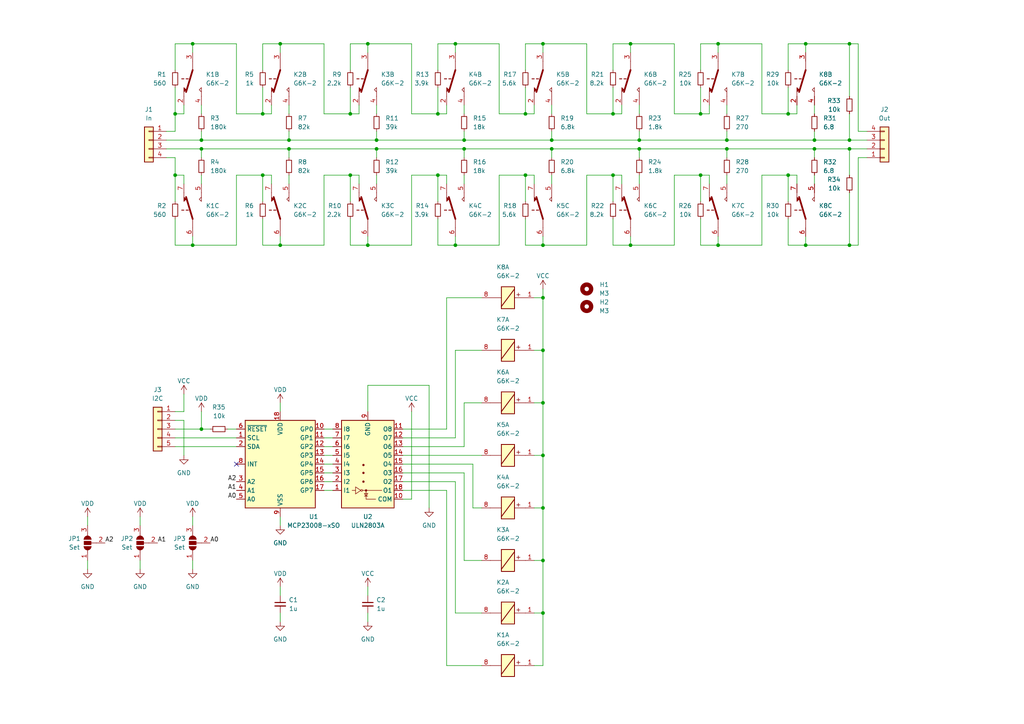
<source format=kicad_sch>
(kicad_sch (version 20211123) (generator eeschema)
  (paper "A4")
  (lib_symbols
    (symbol "Backplane:SolderJumper_3" (pin_names (offset 0) hide)
      (property "Reference" "JP" (at -2.54 -2.54 0))
      (property "Value" "SolderJumper_3" (at 0 2.794 0))
      (symbol "SolderJumper_3_1_1"
        (pin passive line (at -5.08 0 0) (length 2.54) (name "A") (number "1"))
        (pin passive line (at 0 -5.08 90) (length 2.54) (name "C") (number "2"))
        (pin passive line (at 5.08 0 180) (length 2.54) (name "B") (number "3"))
      )
    )
    (symbol "Connector_Generic:Conn_01x04" (pin_names (offset 1.016) hide)
      (property "Reference" "J" (at 0 5.08 0))
      (property "Value" "Conn_01x04" (at 0 -7.62 0))
      (symbol "Conn_01x04_1_1"
        (pin passive line (at -5.08 2.54 0) (length 3.81) (name "Pin_1") (number "1"))
        (pin passive line (at -5.08 0 0) (length 3.81) (name "Pin_2") (number "2"))
        (pin passive line (at -5.08 -2.54 0) (length 3.81) (name "Pin_3") (number "3"))
        (pin passive line (at -5.08 -5.08 0) (length 3.81) (name "Pin_4") (number "4"))
      )
    )
    (symbol "Connector_Generic:Conn_01x05" (pin_names (offset 1.016) hide)
      (property "Reference" "J" (at 0 7.62 0))
      (property "Value" "Conn_01x05" (at 0 -7.62 0))
      (symbol "Conn_01x05_1_1"
        (pin passive line (at -5.08 5.08 0) (length 3.81) (name "Pin_1") (number "1"))
        (pin passive line (at -5.08 2.54 0) (length 3.81) (name "Pin_2") (number "2"))
        (pin passive line (at -5.08 0 0) (length 3.81) (name "Pin_3") (number "3"))
        (pin passive line (at -5.08 -2.54 0) (length 3.81) (name "Pin_4") (number "4"))
        (pin passive line (at -5.08 -5.08 0) (length 3.81) (name "Pin_5") (number "5"))
      )
    )
    (symbol "Device:C_Small" (pin_numbers hide) (pin_names (offset 0.254) hide)
      (property "Reference" "C" (at 0.254 1.778 0))
      (property "Value" "C_Small" (at 0.254 -2.032 0))
      (symbol "C_Small_1_1"
        (pin passive line (at 0 2.54 270) (length 2.032) (name "~") (number "1"))
        (pin passive line (at 0 -2.54 90) (length 2.032) (name "~") (number "2"))
      )
    )
    (symbol "Device:R_Small" (pin_numbers hide) (pin_names (offset 0.254) hide)
      (property "Reference" "R" (at 0.762 0.508 0))
      (property "Value" "R_Small" (at 0.762 -1.016 0))
      (symbol "R_Small_1_1"
        (pin passive line (at 0 2.54 270) (length 0.762) (name "~") (number "1"))
        (pin passive line (at 0 -2.54 90) (length 0.762) (name "~") (number "2"))
      )
    )
    (symbol "Interface_Expansion:MCP23008-xSO"
      (property "Reference" "U" (at -8.89 13.97 0))
      (property "Value" "MCP23008-xSO" (at 8.89 13.97 0))
      (symbol "MCP23008-xSO_1_1"
        (pin input line (at -12.7 7.62 0) (length 2.54) (name "SCL") (number "1"))
        (pin bidirectional line (at 12.7 10.16 180) (length 2.54) (name "GP0") (number "10"))
        (pin bidirectional line (at 12.7 7.62 180) (length 2.54) (name "GP1") (number "11"))
        (pin bidirectional line (at 12.7 5.08 180) (length 2.54) (name "GP2") (number "12"))
        (pin bidirectional line (at 12.7 2.54 180) (length 2.54) (name "GP3") (number "13"))
        (pin bidirectional line (at 12.7 0 180) (length 2.54) (name "GP4") (number "14"))
        (pin bidirectional line (at 12.7 -2.54 180) (length 2.54) (name "GP5") (number "15"))
        (pin bidirectional line (at 12.7 -5.08 180) (length 2.54) (name "GP6") (number "16"))
        (pin bidirectional line (at 12.7 -7.62 180) (length 2.54) (name "GP7") (number "17"))
        (pin power_in line (at 0 15.24 270) (length 2.54) (name "VDD") (number "18"))
        (pin bidirectional line (at -12.7 5.08 0) (length 2.54) (name "SDA") (number "2"))
        (pin input line (at -12.7 -5.08 0) (length 2.54) (name "A2") (number "3"))
        (pin input line (at -12.7 -7.62 0) (length 2.54) (name "A1") (number "4"))
        (pin input line (at -12.7 -10.16 0) (length 2.54) (name "A0") (number "5"))
        (pin input line (at -12.7 10.16 0) (length 2.54) (name "~{RESET}") (number "6"))
        (pin no_connect line (at -10.16 -2.54 0) (length 2.54) hide (name "NC") (number "7"))
        (pin output line (at -12.7 0 0) (length 2.54) (name "INT") (number "8"))
        (pin power_in line (at 0 -15.24 90) (length 2.54) (name "VSS") (number "9"))
      )
    )
    (symbol "Mechanical:MountingHole" (pin_names (offset 1.016))
      (property "Reference" "H" (at 0 5.08 0))
      (property "Value" "MountingHole" (at 0 3.175 0))
    )
    (symbol "Omicron:G6K-2_Separated"
      (property "Reference" "K" (at 5.08 2.54 0))
      (property "Value" "G6K-2_Separated" (at 5.08 0 0))
      (symbol "G6K-2_Separated_1_0"
        (text "+" (at 0.889 2.921 0) (effects (font (size 1.27 1.27))))
      )
      (symbol "G6K-2_Separated_1_1"
        (pin passive line (at 0 7.62 270) (length 2.54) (name "~") (number "1"))
        (pin passive line (at 0 -7.62 90) (length 2.54) (name "~") (number "8"))
      )
      (symbol "G6K-2_Separated_2_1"
        (pin passive line (at -2.54 7.62 270) (length 2.54) (name "~") (number "2"))
        (pin passive line (at 0 -7.62 90) (length 2.54) (name "~") (number "3"))
        (pin passive line (at 2.54 7.62 270) (length 2.54) (name "~") (number "4"))
      )
      (symbol "G6K-2_Separated_3_1"
        (pin passive line (at 2.54 7.62 270) (length 2.54) (name "~") (number "5"))
        (pin passive line (at 0 -7.62 90) (length 2.54) (name "~") (number "6"))
        (pin passive line (at -2.54 7.62 270) (length 2.54) (name "~") (number "7"))
      )
    )
    (symbol "SolderJumper_3_1" (pin_names (offset 0) hide)
      (property "Reference" "JP" (at -2.54 -2.54 0))
      (property "Value" "SolderJumper_3_1" (at 0 2.794 0))
      (symbol "SolderJumper_3_1_1_1"
        (pin passive line (at -5.08 0 0) (length 2.54) (name "A") (number "1"))
        (pin passive line (at 0 -5.08 90) (length 2.54) (name "C") (number "2"))
        (pin passive line (at 5.08 0 180) (length 2.54) (name "B") (number "3"))
      )
    )
    (symbol "SolderJumper_3_2" (pin_names (offset 0) hide)
      (property "Reference" "JP" (at -2.54 -2.54 0))
      (property "Value" "SolderJumper_3_2" (at 0 2.794 0))
      (symbol "SolderJumper_3_2_1_1"
        (pin passive line (at -5.08 0 0) (length 2.54) (name "A") (number "1"))
        (pin passive line (at 0 -5.08 90) (length 2.54) (name "C") (number "2"))
        (pin passive line (at 5.08 0 180) (length 2.54) (name "B") (number "3"))
      )
    )
    (symbol "Transistor_Array:ULN2803A"
      (property "Reference" "U" (at 0 13.335 0))
      (property "Value" "ULN2803A" (at 0 11.43 0))
      (symbol "ULN2803A_1_1"
        (pin input line (at -10.16 5.08 0) (length 2.54) (name "I1") (number "1"))
        (pin passive line (at 10.16 7.62 180) (length 2.54) (name "COM") (number "10"))
        (pin open_collector line (at 10.16 -12.7 180) (length 2.54) (name "O8") (number "11"))
        (pin open_collector line (at 10.16 -10.16 180) (length 2.54) (name "O7") (number "12"))
        (pin open_collector line (at 10.16 -7.62 180) (length 2.54) (name "O6") (number "13"))
        (pin open_collector line (at 10.16 -5.08 180) (length 2.54) (name "O5") (number "14"))
        (pin open_collector line (at 10.16 -2.54 180) (length 2.54) (name "O4") (number "15"))
        (pin open_collector line (at 10.16 0 180) (length 2.54) (name "O3") (number "16"))
        (pin open_collector line (at 10.16 2.54 180) (length 2.54) (name "O2") (number "17"))
        (pin open_collector line (at 10.16 5.08 180) (length 2.54) (name "O1") (number "18"))
        (pin input line (at -10.16 2.54 0) (length 2.54) (name "I2") (number "2"))
        (pin input line (at -10.16 0 0) (length 2.54) (name "I3") (number "3"))
        (pin input line (at -10.16 -2.54 0) (length 2.54) (name "I4") (number "4"))
        (pin input line (at -10.16 -5.08 0) (length 2.54) (name "I5") (number "5"))
        (pin input line (at -10.16 -7.62 0) (length 2.54) (name "I6") (number "6"))
        (pin input line (at -10.16 -10.16 0) (length 2.54) (name "I7") (number "7"))
        (pin input line (at -10.16 -12.7 0) (length 2.54) (name "I8") (number "8"))
        (pin power_in line (at 0 -17.78 90) (length 2.54) (name "GND") (number "9"))
      )
    )
    (symbol "power:GND" (power) (pin_names (offset 0))
      (property "Value" "GND" (at 0 -3.81 0))
      (symbol "GND_1_1"
        (pin power_in line (at 0 0 270) (length 0) hide (name "GND") (number "1"))
      )
    )
    (symbol "power:VCC" (power) (pin_names (offset 0))
      (property "Value" "VCC" (at 0 3.81 0))
      (symbol "VCC_1_1"
        (pin power_in line (at 0 0 90) (length 0) hide (name "VCC") (number "1"))
      )
    )
    (symbol "power:VDD" (power) (pin_names (offset 0))
      (property "Value" "VDD" (at 0 3.81 0))
      (symbol "VDD_1_1"
        (pin power_in line (at 0 0 90) (length 0) hide (name "VDD") (number "1"))
      )
    )
  )
  (junction (at 246.38 40.64))
  (junction (at 101.6 33.02))
  (junction (at 58.42 43.18))
  (junction (at 157.48 132.08))
  (junction (at 246.38 43.18))
  (junction (at 132.08 12.7))
  (junction (at 157.48 147.32))
  (junction (at 157.48 86.36))
  (junction (at 236.22 40.64))
  (junction (at 109.22 43.18))
  (junction (at 55.88 12.7))
  (junction (at 134.62 43.18))
  (junction (at 177.8 50.8))
  (junction (at 208.28 12.7))
  (junction (at 177.8 33.02))
  (junction (at 134.62 40.64))
  (junction (at 203.2 33.02))
  (junction (at 109.22 40.64))
  (junction (at 157.48 116.84))
  (junction (at 157.48 162.56))
  (junction (at 228.6 50.8))
  (junction (at 182.88 71.12))
  (junction (at 55.88 71.12))
  (junction (at 106.68 71.12))
  (junction (at 132.08 71.12))
  (junction (at 228.6 33.02))
  (junction (at 246.38 71.12))
  (junction (at 76.2 50.8))
  (junction (at 50.8 50.8))
  (junction (at 157.48 71.12))
  (junction (at 160.02 40.64))
  (junction (at 236.22 43.18))
  (junction (at 208.28 71.12))
  (junction (at 233.68 12.7))
  (junction (at 127 50.8))
  (junction (at 58.42 124.46))
  (junction (at 157.48 101.6))
  (junction (at 182.88 12.7))
  (junction (at 81.28 71.12))
  (junction (at 101.6 50.8))
  (junction (at 152.4 33.02))
  (junction (at 127 33.02))
  (junction (at 152.4 50.8))
  (junction (at 83.82 43.18))
  (junction (at 246.38 12.7))
  (junction (at 157.48 12.7))
  (junction (at 106.68 12.7))
  (junction (at 185.42 43.18))
  (junction (at 185.42 40.64))
  (junction (at 50.8 33.02))
  (junction (at 210.82 40.64))
  (junction (at 83.82 40.64))
  (junction (at 160.02 43.18))
  (junction (at 76.2 33.02))
  (junction (at 203.2 50.8))
  (junction (at 233.68 71.12))
  (junction (at 157.48 177.8))
  (junction (at 210.82 43.18))
  (junction (at 58.42 40.64))
  (junction (at 81.28 12.7))
  (no_connect (at 68.58 134.62))
  (wire (pts (xy 68.58 12.7) (xy 68.58 33.02)))
  (wire (pts (xy 48.26 43.18) (xy 58.42 43.18)))
  (wire (pts (xy 53.34 50.8) (xy 50.8 50.8)))
  (wire (pts (xy 50.8 50.8) (xy 50.8 58.42)))
  (wire (pts (xy 139.7 147.32) (xy 137.16 147.32)))
  (wire (pts (xy 236.22 43.18) (xy 246.38 43.18)))
  (wire (pts (xy 55.88 71.12) (xy 55.88 68.58)))
  (wire (pts (xy 76.2 20.32) (xy 76.2 12.7)))
  (wire (pts (xy 50.8 127) (xy 68.58 127)))
  (wire (pts (xy 144.78 71.12) (xy 144.78 50.8)))
  (wire (pts (xy 55.88 149.86) (xy 55.88 152.4)))
  (wire (pts (xy 81.28 12.7) (xy 81.28 15.24)))
  (wire (pts (xy 195.58 12.7) (xy 195.58 33.02)))
  (wire (pts (xy 231.14 50.8) (xy 228.6 50.8)))
  (wire (pts (xy 93.98 127) (xy 96.52 127)))
  (wire (pts (xy 152.4 63.5) (xy 152.4 71.12)))
  (wire (pts (xy 170.18 12.7) (xy 170.18 33.02)))
  (wire (pts (xy 104.14 33.02) (xy 101.6 33.02)))
  (wire (pts (xy 154.94 53.34) (xy 154.94 50.8)))
  (wire (pts (xy 246.38 33.02) (xy 246.38 40.64)))
  (wire (pts (xy 101.6 12.7) (xy 106.68 12.7)))
  (wire (pts (xy 134.62 116.84) (xy 139.7 116.84)))
  (wire (pts (xy 157.48 162.56) (xy 157.48 177.8)))
  (wire (pts (xy 93.98 71.12) (xy 93.98 50.8)))
  (wire (pts (xy 157.48 12.7) (xy 157.48 15.24)))
  (wire (pts (xy 116.84 137.16) (xy 134.62 137.16)))
  (wire (pts (xy 50.8 63.5) (xy 50.8 71.12)))
  (wire (pts (xy 182.88 12.7) (xy 195.58 12.7)))
  (wire (pts (xy 228.6 33.02) (xy 228.6 25.4)))
  (wire (pts (xy 93.98 12.7) (xy 93.98 33.02)))
  (wire (pts (xy 182.88 12.7) (xy 182.88 15.24)))
  (wire (pts (xy 228.6 63.5) (xy 228.6 71.12)))
  (wire (pts (xy 93.98 124.46) (xy 96.52 124.46)))
  (wire (pts (xy 203.2 71.12) (xy 208.28 71.12)))
  (wire (pts (xy 134.62 40.64) (xy 160.02 40.64)))
  (wire (pts (xy 246.38 71.12) (xy 246.38 55.88)))
  (wire (pts (xy 127 33.02) (xy 127 25.4)))
  (wire (pts (xy 127 71.12) (xy 132.08 71.12)))
  (wire (pts (xy 246.38 50.8) (xy 246.38 43.18)))
  (wire (pts (xy 106.68 71.12) (xy 106.68 68.58)))
  (wire (pts (xy 208.28 12.7) (xy 208.28 15.24)))
  (wire (pts (xy 246.38 12.7) (xy 246.38 27.94)))
  (wire (pts (xy 81.28 71.12) (xy 81.28 68.58)))
  (wire (pts (xy 132.08 12.7) (xy 132.08 15.24)))
  (wire (pts (xy 116.84 139.7) (xy 132.08 139.7)))
  (wire (pts (xy 58.42 119.38) (xy 58.42 124.46)))
  (wire (pts (xy 104.14 30.48) (xy 104.14 33.02)))
  (wire (pts (xy 81.28 177.8) (xy 81.28 180.34)))
  (wire (pts (xy 177.8 33.02) (xy 177.8 25.4)))
  (wire (pts (xy 48.26 40.64) (xy 58.42 40.64)))
  (wire (pts (xy 177.8 63.5) (xy 177.8 71.12)))
  (wire (pts (xy 129.54 193.04) (xy 139.7 193.04)))
  (wire (pts (xy 101.6 20.32) (xy 101.6 12.7)))
  (wire (pts (xy 53.34 119.38) (xy 50.8 119.38)))
  (wire (pts (xy 182.88 71.12) (xy 195.58 71.12)))
  (wire (pts (xy 101.6 63.5) (xy 101.6 71.12)))
  (wire (pts (xy 104.14 50.8) (xy 101.6 50.8)))
  (wire (pts (xy 50.8 12.7) (xy 55.88 12.7)))
  (wire (pts (xy 205.74 33.02) (xy 203.2 33.02)))
  (wire (pts (xy 127 12.7) (xy 132.08 12.7)))
  (wire (pts (xy 58.42 30.48) (xy 58.42 33.02)))
  (wire (pts (xy 119.38 50.8) (xy 127 50.8)))
  (wire (pts (xy 160.02 40.64) (xy 185.42 40.64)))
  (wire (pts (xy 132.08 177.8) (xy 132.08 139.7)))
  (wire (pts (xy 157.48 83.82) (xy 157.48 86.36)))
  (wire (pts (xy 50.8 45.72) (xy 50.8 50.8)))
  (wire (pts (xy 50.8 45.72) (xy 48.26 45.72)))
  (wire (pts (xy 157.48 101.6) (xy 157.48 116.84)))
  (wire (pts (xy 180.34 33.02) (xy 177.8 33.02)))
  (wire (pts (xy 101.6 50.8) (xy 101.6 58.42)))
  (wire (pts (xy 203.2 63.5) (xy 203.2 71.12)))
  (wire (pts (xy 203.2 20.32) (xy 203.2 12.7)))
  (wire (pts (xy 152.4 50.8) (xy 152.4 58.42)))
  (wire (pts (xy 251.46 45.72) (xy 248.92 45.72)))
  (wire (pts (xy 116.84 134.62) (xy 137.16 134.62)))
  (wire (pts (xy 109.22 38.1) (xy 109.22 40.64)))
  (wire (pts (xy 231.14 53.34) (xy 231.14 50.8)))
  (wire (pts (xy 76.2 63.5) (xy 76.2 71.12)))
  (wire (pts (xy 160.02 43.18) (xy 185.42 43.18)))
  (wire (pts (xy 101.6 33.02) (xy 101.6 25.4)))
  (wire (pts (xy 93.98 134.62) (xy 96.52 134.62)))
  (wire (pts (xy 233.68 71.12) (xy 233.68 68.58)))
  (wire (pts (xy 228.6 50.8) (xy 228.6 58.42)))
  (wire (pts (xy 160.02 38.1) (xy 160.02 40.64)))
  (wire (pts (xy 210.82 43.18) (xy 236.22 43.18)))
  (wire (pts (xy 228.6 20.32) (xy 228.6 12.7)))
  (wire (pts (xy 129.54 86.36) (xy 139.7 86.36)))
  (wire (pts (xy 53.34 33.02) (xy 50.8 33.02)))
  (wire (pts (xy 127 20.32) (xy 127 12.7)))
  (wire (pts (xy 152.4 71.12) (xy 157.48 71.12)))
  (wire (pts (xy 93.98 132.08) (xy 96.52 132.08)))
  (wire (pts (xy 134.62 116.84) (xy 134.62 129.54)))
  (wire (pts (xy 81.28 170.18) (xy 81.28 172.72)))
  (wire (pts (xy 109.22 53.34) (xy 109.22 50.8)))
  (wire (pts (xy 129.54 53.34) (xy 129.54 50.8)))
  (wire (pts (xy 236.22 40.64) (xy 246.38 40.64)))
  (wire (pts (xy 233.68 12.7) (xy 246.38 12.7)))
  (wire (pts (xy 93.98 142.24) (xy 96.52 142.24)))
  (wire (pts (xy 83.82 40.64) (xy 109.22 40.64)))
  (wire (pts (xy 83.82 43.18) (xy 83.82 45.72)))
  (wire (pts (xy 154.94 193.04) (xy 157.48 193.04)))
  (wire (pts (xy 157.48 101.6) (xy 154.94 101.6)))
  (wire (pts (xy 68.58 50.8) (xy 76.2 50.8)))
  (wire (pts (xy 40.64 149.86) (xy 40.64 152.4)))
  (wire (pts (xy 53.34 53.34) (xy 53.34 50.8)))
  (wire (pts (xy 55.88 165.1) (xy 55.88 162.56)))
  (wire (pts (xy 50.8 20.32) (xy 50.8 12.7)))
  (wire (pts (xy 170.18 50.8) (xy 177.8 50.8)))
  (wire (pts (xy 236.22 38.1) (xy 236.22 40.64)))
  (wire (pts (xy 220.98 71.12) (xy 220.98 50.8)))
  (wire (pts (xy 83.82 43.18) (xy 109.22 43.18)))
  (wire (pts (xy 195.58 50.8) (xy 203.2 50.8)))
  (wire (pts (xy 170.18 71.12) (xy 170.18 50.8)))
  (wire (pts (xy 157.48 116.84) (xy 157.48 132.08)))
  (wire (pts (xy 132.08 101.6) (xy 132.08 127)))
  (wire (pts (xy 116.84 129.54) (xy 134.62 129.54)))
  (wire (pts (xy 78.74 33.02) (xy 76.2 33.02)))
  (wire (pts (xy 134.62 162.56) (xy 139.7 162.56)))
  (wire (pts (xy 154.94 30.48) (xy 154.94 33.02)))
  (wire (pts (xy 208.28 12.7) (xy 220.98 12.7)))
  (wire (pts (xy 236.22 30.48) (xy 236.22 33.02)))
  (wire (pts (xy 152.4 12.7) (xy 157.48 12.7)))
  (wire (pts (xy 185.42 43.18) (xy 210.82 43.18)))
  (wire (pts (xy 160.02 53.34) (xy 160.02 50.8)))
  (wire (pts (xy 205.74 50.8) (xy 203.2 50.8)))
  (wire (pts (xy 157.48 132.08) (xy 154.94 132.08)))
  (wire (pts (xy 185.42 45.72) (xy 185.42 43.18)))
  (wire (pts (xy 119.38 119.38) (xy 119.38 144.78)))
  (wire (pts (xy 134.62 30.48) (xy 134.62 33.02)))
  (wire (pts (xy 58.42 43.18) (xy 58.42 45.72)))
  (wire (pts (xy 144.78 33.02) (xy 152.4 33.02)))
  (wire (pts (xy 58.42 38.1) (xy 58.42 40.64)))
  (wire (pts (xy 220.98 50.8) (xy 228.6 50.8)))
  (wire (pts (xy 53.34 30.48) (xy 53.34 33.02)))
  (wire (pts (xy 177.8 50.8) (xy 177.8 58.42)))
  (wire (pts (xy 106.68 111.76) (xy 106.68 119.38)))
  (wire (pts (xy 127 50.8) (xy 127 58.42)))
  (wire (pts (xy 154.94 33.02) (xy 152.4 33.02)))
  (wire (pts (xy 83.82 38.1) (xy 83.82 40.64)))
  (wire (pts (xy 119.38 12.7) (xy 119.38 33.02)))
  (wire (pts (xy 195.58 33.02) (xy 203.2 33.02)))
  (wire (pts (xy 210.82 53.34) (xy 210.82 50.8)))
  (wire (pts (xy 124.46 111.76) (xy 124.46 147.32)))
  (wire (pts (xy 154.94 50.8) (xy 152.4 50.8)))
  (wire (pts (xy 203.2 12.7) (xy 208.28 12.7)))
  (wire (pts (xy 203.2 33.02) (xy 203.2 25.4)))
  (wire (pts (xy 55.88 12.7) (xy 68.58 12.7)))
  (wire (pts (xy 185.42 53.34) (xy 185.42 50.8)))
  (wire (pts (xy 185.42 30.48) (xy 185.42 33.02)))
  (wire (pts (xy 50.8 124.46) (xy 58.42 124.46)))
  (wire (pts (xy 185.42 38.1) (xy 185.42 40.64)))
  (wire (pts (xy 233.68 12.7) (xy 233.68 15.24)))
  (wire (pts (xy 129.54 124.46) (xy 129.54 86.36)))
  (wire (pts (xy 58.42 40.64) (xy 83.82 40.64)))
  (wire (pts (xy 116.84 142.24) (xy 129.54 142.24)))
  (wire (pts (xy 40.64 165.1) (xy 40.64 162.56)))
  (wire (pts (xy 68.58 71.12) (xy 55.88 71.12)))
  (wire (pts (xy 83.82 30.48) (xy 83.82 33.02)))
  (wire (pts (xy 134.62 45.72) (xy 134.62 43.18)))
  (wire (pts (xy 210.82 45.72) (xy 210.82 43.18)))
  (wire (pts (xy 233.68 71.12) (xy 246.38 71.12)))
  (wire (pts (xy 248.92 12.7) (xy 248.92 38.1)))
  (wire (pts (xy 101.6 71.12) (xy 106.68 71.12)))
  (wire (pts (xy 116.84 124.46) (xy 129.54 124.46)))
  (wire (pts (xy 139.7 101.6) (xy 132.08 101.6)))
  (wire (pts (xy 55.88 12.7) (xy 55.88 15.24)))
  (wire (pts (xy 160.02 45.72) (xy 160.02 43.18)))
  (wire (pts (xy 124.46 111.76) (xy 106.68 111.76)))
  (wire (pts (xy 157.48 86.36) (xy 154.94 86.36)))
  (wire (pts (xy 180.34 50.8) (xy 177.8 50.8)))
  (wire (pts (xy 177.8 12.7) (xy 182.88 12.7)))
  (wire (pts (xy 109.22 45.72) (xy 109.22 43.18)))
  (wire (pts (xy 157.48 116.84) (xy 154.94 116.84)))
  (wire (pts (xy 134.62 38.1) (xy 134.62 40.64)))
  (wire (pts (xy 109.22 40.64) (xy 134.62 40.64)))
  (wire (pts (xy 116.84 127) (xy 132.08 127)))
  (wire (pts (xy 93.98 50.8) (xy 101.6 50.8)))
  (wire (pts (xy 205.74 30.48) (xy 205.74 33.02)))
  (wire (pts (xy 177.8 71.12) (xy 182.88 71.12)))
  (wire (pts (xy 93.98 33.02) (xy 101.6 33.02)))
  (wire (pts (xy 106.68 12.7) (xy 119.38 12.7)))
  (wire (pts (xy 66.04 124.46) (xy 68.58 124.46)))
  (wire (pts (xy 78.74 53.34) (xy 78.74 50.8)))
  (wire (pts (xy 228.6 12.7) (xy 233.68 12.7)))
  (wire (pts (xy 134.62 43.18) (xy 160.02 43.18)))
  (wire (pts (xy 246.38 40.64) (xy 251.46 40.64)))
  (wire (pts (xy 76.2 50.8) (xy 76.2 58.42)))
  (wire (pts (xy 236.22 53.34) (xy 236.22 50.8)))
  (wire (pts (xy 127 63.5) (xy 127 71.12)))
  (wire (pts (xy 58.42 50.8) (xy 58.42 53.34)))
  (wire (pts (xy 177.8 20.32) (xy 177.8 12.7)))
  (wire (pts (xy 50.8 33.02) (xy 50.8 38.1)))
  (wire (pts (xy 157.48 86.36) (xy 157.48 101.6)))
  (wire (pts (xy 231.14 30.48) (xy 231.14 33.02)))
  (wire (pts (xy 182.88 71.12) (xy 182.88 68.58)))
  (wire (pts (xy 129.54 50.8) (xy 127 50.8)))
  (wire (pts (xy 246.38 71.12) (xy 248.92 71.12)))
  (wire (pts (xy 144.78 12.7) (xy 144.78 33.02)))
  (wire (pts (xy 109.22 30.48) (xy 109.22 33.02)))
  (wire (pts (xy 157.48 147.32) (xy 157.48 162.56)))
  (wire (pts (xy 25.4 165.1) (xy 25.4 162.56)))
  (wire (pts (xy 228.6 71.12) (xy 233.68 71.12)))
  (wire (pts (xy 236.22 45.72) (xy 236.22 43.18)))
  (wire (pts (xy 248.92 45.72) (xy 248.92 71.12)))
  (wire (pts (xy 129.54 142.24) (xy 129.54 193.04)))
  (wire (pts (xy 157.48 71.12) (xy 157.48 68.58)))
  (wire (pts (xy 58.42 43.18) (xy 83.82 43.18)))
  (wire (pts (xy 160.02 30.48) (xy 160.02 33.02)))
  (wire (pts (xy 93.98 139.7) (xy 96.52 139.7)))
  (wire (pts (xy 50.8 71.12) (xy 55.88 71.12)))
  (wire (pts (xy 205.74 53.34) (xy 205.74 50.8)))
  (wire (pts (xy 76.2 12.7) (xy 81.28 12.7)))
  (wire (pts (xy 134.62 53.34) (xy 134.62 50.8)))
  (wire (pts (xy 210.82 30.48) (xy 210.82 33.02)))
  (wire (pts (xy 50.8 33.02) (xy 50.8 25.4)))
  (wire (pts (xy 157.48 12.7) (xy 170.18 12.7)))
  (wire (pts (xy 81.28 149.86) (xy 81.28 152.4)))
  (wire (pts (xy 248.92 38.1) (xy 251.46 38.1)))
  (wire (pts (xy 231.14 33.02) (xy 228.6 33.02)))
  (wire (pts (xy 50.8 129.54) (xy 68.58 129.54)))
  (wire (pts (xy 78.74 50.8) (xy 76.2 50.8)))
  (wire (pts (xy 53.34 114.3) (xy 53.34 119.38)))
  (wire (pts (xy 116.84 144.78) (xy 119.38 144.78)))
  (wire (pts (xy 157.48 177.8) (xy 154.94 177.8)))
  (wire (pts (xy 144.78 50.8) (xy 152.4 50.8)))
  (wire (pts (xy 220.98 12.7) (xy 220.98 33.02)))
  (wire (pts (xy 76.2 71.12) (xy 81.28 71.12)))
  (wire (pts (xy 185.42 40.64) (xy 210.82 40.64)))
  (wire (pts (xy 203.2 50.8) (xy 203.2 58.42)))
  (wire (pts (xy 132.08 71.12) (xy 132.08 68.58)))
  (wire (pts (xy 208.28 71.12) (xy 220.98 71.12)))
  (wire (pts (xy 83.82 50.8) (xy 83.82 53.34)))
  (wire (pts (xy 180.34 53.34) (xy 180.34 50.8)))
  (wire (pts (xy 104.14 53.34) (xy 104.14 50.8)))
  (wire (pts (xy 134.62 137.16) (xy 134.62 162.56)))
  (wire (pts (xy 195.58 71.12) (xy 195.58 50.8)))
  (wire (pts (xy 157.48 132.08) (xy 157.48 147.32)))
  (wire (pts (xy 152.4 33.02) (xy 152.4 25.4)))
  (wire (pts (xy 25.4 149.86) (xy 25.4 152.4)))
  (wire (pts (xy 76.2 33.02) (xy 76.2 25.4)))
  (wire (pts (xy 81.28 116.84) (xy 81.28 119.38)))
  (wire (pts (xy 68.58 33.02) (xy 76.2 33.02)))
  (wire (pts (xy 116.84 132.08) (xy 139.7 132.08)))
  (wire (pts (xy 137.16 147.32) (xy 137.16 134.62)))
  (wire (pts (xy 93.98 137.16) (xy 96.52 137.16)))
  (wire (pts (xy 106.68 12.7) (xy 106.68 15.24)))
  (wire (pts (xy 106.68 177.8) (xy 106.68 180.34)))
  (wire (pts (xy 78.74 30.48) (xy 78.74 33.02)))
  (wire (pts (xy 81.28 12.7) (xy 93.98 12.7)))
  (wire (pts (xy 81.28 71.12) (xy 93.98 71.12)))
  (wire (pts (xy 50.8 38.1) (xy 48.26 38.1)))
  (wire (pts (xy 119.38 33.02) (xy 127 33.02)))
  (wire (pts (xy 157.48 71.12) (xy 170.18 71.12)))
  (wire (pts (xy 106.68 170.18) (xy 106.68 172.72)))
  (wire (pts (xy 119.38 71.12) (xy 119.38 50.8)))
  (wire (pts (xy 68.58 50.8) (xy 68.58 71.12)))
  (wire (pts (xy 220.98 33.02) (xy 228.6 33.02)))
  (wire (pts (xy 50.8 121.92) (xy 53.34 121.92)))
  (wire (pts (xy 208.28 71.12) (xy 208.28 68.58)))
  (wire (pts (xy 210.82 38.1) (xy 210.82 40.64)))
  (wire (pts (xy 157.48 147.32) (xy 154.94 147.32)))
  (wire (pts (xy 129.54 30.48) (xy 129.54 33.02)))
  (wire (pts (xy 93.98 129.54) (xy 96.52 129.54)))
  (wire (pts (xy 246.38 43.18) (xy 251.46 43.18)))
  (wire (pts (xy 157.48 162.56) (xy 154.94 162.56)))
  (wire (pts (xy 157.48 177.8) (xy 157.48 193.04)))
  (wire (pts (xy 129.54 33.02) (xy 127 33.02)))
  (wire (pts (xy 210.82 40.64) (xy 236.22 40.64)))
  (wire (pts (xy 106.68 71.12) (xy 119.38 71.12)))
  (wire (pts (xy 246.38 12.7) (xy 248.92 12.7)))
  (wire (pts (xy 170.18 33.02) (xy 177.8 33.02)))
  (wire (pts (xy 109.22 43.18) (xy 134.62 43.18)))
  (wire (pts (xy 132.08 71.12) (xy 144.78 71.12)))
  (wire (pts (xy 139.7 177.8) (xy 132.08 177.8)))
  (wire (pts (xy 180.34 30.48) (xy 180.34 33.02)))
  (wire (pts (xy 58.42 124.46) (xy 60.96 124.46)))
  (wire (pts (xy 132.08 12.7) (xy 144.78 12.7)))
  (wire (pts (xy 53.34 121.92) (xy 53.34 132.08)))
  (wire (pts (xy 152.4 20.32) (xy 152.4 12.7)))
  (label "A2" (at 68.58 139.7 180))
  (label "A2" (at 30.48 157.48 0))
  (label "A0" (at 60.96 157.48 0))
  (label "A0" (at 68.58 144.78 180))
  (label "A1" (at 45.72 157.48 0))
  (label "A1" (at 68.58 142.24 180))
  (symbol (lib_id "Omicron:G6K-2_Separated") (at 157.48 60.96 0) (unit 3)
    (property "Reference" "K5" (at 161.29 59.6899 0) (effects (justify left)))
    (property "Value" "G6K-2" (at 161.29 62.2299 0) (effects (justify left)))
    (property "Footprint" "Relay_THT:Relay_DPDT_Omron_G6K-2P-Y" (effects hide))
    (property "Datasheet" "https://www.elpro.org/de/index.php?controller=attachment&id_attachment=8663" (effects hide))
  )
  (symbol (lib_id "Device:C_Small") (at 81.28 175.26 0) (mirror y) (unit 1)
    (property "Reference" "C1" (at 85.09 173.9962 0))
    (property "Value" "1u" (at 85.09 176.5362 0))
    (property "Footprint" "Capacitor_SMD:C_0603_1608Metric" (effects hide))
    (property "LCSC part number" "C15849" (effects hide))
    (property "Part number" "CL10A105KB8NNNC" (effects hide))
  )
  (symbol (lib_id "Omicron:G6K-2_Separated") (at 55.88 22.86 0) (mirror x) (unit 2)
    (property "Reference" "K1" (at 59.69 21.5899 0) (effects (justify left)))
    (property "Value" "G6K-2" (at 59.69 24.1299 0) (effects (justify left)))
    (property "Footprint" "Relay_THT:Relay_DPDT_Omron_G6K-2P-Y" (effects hide))
    (property "Datasheet" "https://www.elpro.org/de/index.php?controller=attachment&id_attachment=8663" (effects hide))
  )
  (symbol (lib_id "Device:R_Small") (at 160.02 48.26 0) (mirror x) (unit 1)
    (property "Reference" "R20" (at 162.56 46.9899 0) (effects (justify left)))
    (property "Value" "6.8k" (at 162.56 49.5299 0) (effects (justify left)))
    (property "Footprint" "Resistor_SMD:R_1206_3216Metric" (effects hide))
  )
  (symbol (lib_id "power:VDD") (at 25.4 149.86 0) (unit 1)
    (property "Reference" "#PWR0107" (effects hide))
    (property "Value" "VDD" (at 25.4 146.05 0))
  )
  (symbol (lib_id "power:VDD") (at 55.88 149.86 0) (unit 1)
    (property "Reference" "#PWR0108" (effects hide))
    (property "Value" "VDD" (at 55.88 146.05 0))
  )
  (symbol (lib_id "Omicron:G6K-2_Separated") (at 233.68 60.96 0) (unit 3)
    (property "Reference" "K8" (at 237.49 59.6899 0) (effects (justify left)))
    (property "Value" "G6K-2" (at 237.49 62.2299 0) (effects (justify left)))
    (property "Footprint" "Relay_THT:Relay_DPDT_Omron_G6K-2P-Y" (effects hide))
    (property "Datasheet" "https://www.elpro.org/de/index.php?controller=attachment&id_attachment=8663" (effects hide))
  )
  (symbol (lib_id "Device:R_Small") (at 185.42 48.26 0) (mirror x) (unit 1)
    (property "Reference" "R24" (at 187.96 46.9899 0) (effects (justify left)))
    (property "Value" "1.8k" (at 187.96 49.5299 0) (effects (justify left)))
    (property "Footprint" "Resistor_SMD:R_1206_3216Metric" (effects hide))
  )
  (symbol (lib_id "Omicron:G6K-2_Separated") (at 147.32 132.08 270) (mirror x) (unit 1)
    (property "Reference" "K5" (at 143.9749 123.19 90) (effects (justify left)))
    (property "Value" "G6K-2" (at 143.9749 125.73 90) (effects (justify left)))
    (property "Footprint" "Relay_THT:Relay_DPDT_Omron_G6K-2P-Y" (effects hide))
    (property "Datasheet" "https://www.elpro.org/de/index.php?controller=attachment&id_attachment=8663" (effects hide))
  )
  (symbol (lib_id "Device:R_Small") (at 152.4 22.86 180) (unit 1)
    (property "Reference" "R17" (at 149.86 21.5899 0) (effects (justify left)))
    (property "Value" "5.6k" (at 149.86 24.1299 0) (effects (justify left)))
    (property "Footprint" "Resistor_SMD:R_1206_3216Metric" (effects hide))
  )
  (symbol (lib_id "Device:R_Small") (at 83.82 48.26 0) (mirror x) (unit 1)
    (property "Reference" "R8" (at 86.36 46.9899 0) (effects (justify left)))
    (property "Value" "82k" (at 86.36 49.5299 0) (effects (justify left)))
    (property "Footprint" "Resistor_SMD:R_1206_3216Metric" (effects hide))
  )
  (symbol (lib_id "Device:R_Small") (at 210.82 35.56 0) (unit 1)
    (property "Reference" "R27" (at 213.36 34.2899 0) (effects (justify left)))
    (property "Value" "270" (at 213.36 36.8299 0) (effects (justify left)))
    (property "Footprint" "Resistor_SMD:R_1206_3216Metric" (effects hide))
  )
  (symbol (lib_id "Device:R_Small") (at 58.42 35.56 0) (unit 1)
    (property "Reference" "R3" (at 60.96 34.2899 0) (effects (justify left)))
    (property "Value" "180k" (at 60.96 36.8299 0) (effects (justify left)))
    (property "Footprint" "Resistor_SMD:R_1206_3216Metric" (effects hide))
  )
  (symbol (lib_id "Device:R_Small") (at 203.2 60.96 0) (mirror y) (unit 1)
    (property "Reference" "R26" (at 200.66 59.6899 0) (effects (justify left)))
    (property "Value" "10k" (at 200.66 62.2299 0) (effects (justify left)))
    (property "Footprint" "Resistor_SMD:R_1206_3216Metric" (effects hide))
  )
  (symbol (lib_id "Connector_Generic:Conn_01x04") (at 256.54 43.18 0) (mirror x) (unit 1)
    (property "Reference" "J2" (at 256.54 31.75 0))
    (property "Value" "Out" (at 256.54 34.29 0))
    (property "Footprint" "Connector_PinSocket_2.54mm:PinSocket_1x04_P2.54mm_Horizontal" (effects hide))
  )
  (symbol (lib_id "power:GND") (at 106.68 180.34 0) (mirror y) (unit 1)
    (property "Reference" "#PWR0111" (effects hide))
    (property "Value" "GND" (at 106.68 185.42 0))
  )
  (symbol (lib_id "Omicron:G6K-2_Separated") (at 81.28 60.96 0) (unit 3)
    (property "Reference" "K2" (at 85.09 59.6899 0) (effects (justify left)))
    (property "Value" "G6K-2" (at 85.09 62.2299 0) (effects (justify left)))
    (property "Footprint" "Relay_THT:Relay_DPDT_Omron_G6K-2P-Y" (effects hide))
    (property "Datasheet" "https://www.elpro.org/de/index.php?controller=attachment&id_attachment=8663" (effects hide))
  )
  (symbol (lib_id "Omicron:G6K-2_Separated") (at 147.32 86.36 270) (mirror x) (unit 1)
    (property "Reference" "K8" (at 143.9749 77.47 90) (effects (justify left)))
    (property "Value" "G6K-2" (at 143.9749 80.01 90) (effects (justify left)))
    (property "Footprint" "Relay_THT:Relay_DPDT_Omron_G6K-2P-Y" (effects hide))
    (property "Datasheet" "https://www.elpro.org/de/index.php?controller=attachment&id_attachment=8663" (effects hide))
  )
  (symbol (lib_name "SolderJumper_3_1") (lib_id "Backplane:SolderJumper_3") (at 55.88 157.48 90) (unit 1)
    (property "Reference" "JP3" (at 52.07 156.2099 90))
    (property "Value" "Set" (at 52.07 158.7499 90))
    (property "Footprint" "Jumper:SolderJumper-3_P1.3mm_Open_RoundedPad1.0x1.5mm" (effects hide))
  )
  (symbol (lib_id "Omicron:G6K-2_Separated") (at 157.48 22.86 0) (mirror x) (unit 2)
    (property "Reference" "K5" (at 161.29 21.5899 0) (effects (justify left)))
    (property "Value" "G6K-2" (at 161.29 24.1299 0) (effects (justify left)))
    (property "Footprint" "Relay_THT:Relay_DPDT_Omron_G6K-2P-Y" (effects hide))
    (property "Datasheet" "https://www.elpro.org/de/index.php?controller=attachment&id_attachment=8663" (effects hide))
  )
  (symbol (lib_id "Omicron:G6K-2_Separated") (at 132.08 22.86 0) (mirror x) (unit 2)
    (property "Reference" "K4" (at 135.89 21.5899 0) (effects (justify left)))
    (property "Value" "G6K-2" (at 135.89 24.1299 0) (effects (justify left)))
    (property "Footprint" "Relay_THT:Relay_DPDT_Omron_G6K-2P-Y" (effects hide))
    (property "Datasheet" "https://www.elpro.org/de/index.php?controller=attachment&id_attachment=8663" (effects hide))
  )
  (symbol (lib_id "power:VCC") (at 157.48 83.82 0) (unit 1)
    (property "Reference" "#PWR0118" (effects hide))
    (property "Value" "VCC" (at 157.48 80.01 0))
  )
  (symbol (lib_id "power:VDD") (at 58.42 119.38 0) (unit 1)
    (property "Reference" "#PWR0106" (effects hide))
    (property "Value" "VDD" (at 58.42 115.57 0))
  )
  (symbol (lib_id "Omicron:G6K-2_Separated") (at 147.32 193.04 270) (mirror x) (unit 1)
    (property "Reference" "K1" (at 143.9749 184.15 90) (effects (justify left)))
    (property "Value" "G6K-2" (at 143.9749 186.69 90) (effects (justify left)))
    (property "Footprint" "Relay_THT:Relay_DPDT_Omron_G6K-2P-Y" (effects hide))
    (property "Datasheet" "https://www.elpro.org/de/index.php?controller=attachment&id_attachment=8663" (effects hide))
  )
  (symbol (lib_id "power:VDD") (at 81.28 170.18 0) (unit 1)
    (property "Reference" "#PWR0114" (effects hide))
    (property "Value" "VDD" (at 81.28 166.37 0))
  )
  (symbol (lib_id "Interface_Expansion:MCP23008-xSO") (at 81.28 134.62 0) (unit 1)
    (property "Reference" "U1" (at 90.9685 149.86 0))
    (property "Value" "MCP23008-xSO" (at 90.9685 152.4 0))
    (property "Footprint" "Package_DIP:DIP-18_W7.62mm_Socket" (effects hide))
    (property "Datasheet" "http://ww1.microchip.com/downloads/en/DeviceDoc/MCP23008-MCP23S08-Data-Sheet-20001919F.pdf" (effects hide))
  )
  (symbol (lib_id "Omicron:G6K-2_Separated") (at 132.08 60.96 0) (unit 3)
    (property "Reference" "K4" (at 135.89 59.6899 0) (effects (justify left)))
    (property "Value" "G6K-2" (at 135.89 62.2299 0) (effects (justify left)))
    (property "Footprint" "Relay_THT:Relay_DPDT_Omron_G6K-2P-Y" (effects hide))
    (property "Datasheet" "https://www.elpro.org/de/index.php?controller=attachment&id_attachment=8663" (effects hide))
  )
  (symbol (lib_id "Device:R_Small") (at 246.38 30.48 180) (unit 1)
    (property "Reference" "R33" (at 243.84 29.2099 0) (effects (justify left)))
    (property "Value" "10k" (at 243.84 31.7499 0) (effects (justify left)))
    (property "Footprint" "Resistor_SMD:R_1206_3216Metric" (effects hide))
  )
  (symbol (lib_id "Device:R_Small") (at 203.2 22.86 180) (unit 1)
    (property "Reference" "R25" (at 200.66 21.5899 0) (effects (justify left)))
    (property "Value" "10k" (at 200.66 24.1299 0) (effects (justify left)))
    (property "Footprint" "Resistor_SMD:R_1206_3216Metric" (effects hide))
  )
  (symbol (lib_id "Device:R_Small") (at 236.22 35.56 0) (unit 1)
    (property "Reference" "R31" (at 238.76 34.2899 0) (effects (justify left)))
    (property "Value" "6.8" (at 238.76 36.8299 0) (effects (justify left)))
    (property "Footprint" "Resistor_SMD:R_1206_3216Metric" (effects hide))
  )
  (symbol (lib_id "Device:R_Small") (at 109.22 48.26 0) (mirror x) (unit 1)
    (property "Reference" "R12" (at 111.76 46.9899 0) (effects (justify left)))
    (property "Value" "39k" (at 111.76 49.5299 0) (effects (justify left)))
    (property "Footprint" "Resistor_SMD:R_1206_3216Metric" (effects hide))
  )
  (symbol (lib_id "power:VCC") (at 53.34 114.3 0) (unit 1)
    (property "Reference" "#PWR0104" (effects hide))
    (property "Value" "VCC" (at 53.34 110.49 0))
  )
  (symbol (lib_id "Omicron:G6K-2_Separated") (at 147.32 101.6 270) (mirror x) (unit 1)
    (property "Reference" "K7" (at 143.9749 92.71 90) (effects (justify left)))
    (property "Value" "G6K-2" (at 143.9749 95.25 90) (effects (justify left)))
    (property "Footprint" "Relay_THT:Relay_DPDT_Omron_G6K-2P-Y" (effects hide))
    (property "Datasheet" "https://www.elpro.org/de/index.php?controller=attachment&id_attachment=8663" (effects hide))
  )
  (symbol (lib_id "Device:R_Small") (at 76.2 60.96 0) (mirror y) (unit 1)
    (property "Reference" "R6" (at 73.66 59.6899 0) (effects (justify left)))
    (property "Value" "1k" (at 73.66 62.2299 0) (effects (justify left)))
    (property "Footprint" "Resistor_SMD:R_1206_3216Metric" (effects hide))
  )
  (symbol (lib_id "Device:R_Small") (at 109.22 35.56 0) (unit 1)
    (property "Reference" "R11" (at 111.76 34.2899 0) (effects (justify left)))
    (property "Value" "39k" (at 111.76 36.8299 0) (effects (justify left)))
    (property "Footprint" "Resistor_SMD:R_1206_3216Metric" (effects hide))
  )
  (symbol (lib_name "SolderJumper_3_2") (lib_id "Backplane:SolderJumper_3") (at 25.4 157.48 90) (unit 1)
    (property "Reference" "JP1" (at 21.59 156.2099 90))
    (property "Value" "Set" (at 21.59 158.7499 90))
    (property "Footprint" "Jumper:SolderJumper-3_P1.3mm_Open_RoundedPad1.0x1.5mm" (effects hide))
  )
  (symbol (lib_id "Device:R_Small") (at 152.4 60.96 0) (mirror y) (unit 1)
    (property "Reference" "R18" (at 149.86 59.6899 0) (effects (justify left)))
    (property "Value" "5.6k" (at 149.86 62.2299 0) (effects (justify left)))
    (property "Footprint" "Resistor_SMD:R_1206_3216Metric" (effects hide))
  )
  (symbol (lib_id "power:GND") (at 81.28 152.4 0) (unit 1)
    (property "Reference" "#PWR0105" (effects hide))
    (property "Value" "GND" (at 81.28 157.48 0))
  )
  (symbol (lib_id "power:VDD") (at 81.28 116.84 0) (unit 1)
    (property "Reference" "#PWR0102" (effects hide))
    (property "Value" "VDD" (at 81.28 113.03 0))
  )
  (symbol (lib_id "Device:R_Small") (at 134.62 35.56 0) (unit 1)
    (property "Reference" "R15" (at 137.16 34.2899 0) (effects (justify left)))
    (property "Value" "18k" (at 137.16 36.8299 0) (effects (justify left)))
    (property "Footprint" "Resistor_SMD:R_1206_3216Metric" (effects hide))
  )
  (symbol (lib_id "Device:C_Small") (at 106.68 175.26 0) (mirror y) (unit 1)
    (property "Reference" "C2" (at 110.49 173.9962 0))
    (property "Value" "1u" (at 110.49 176.5362 0))
    (property "Footprint" "Capacitor_SMD:C_0603_1608Metric" (effects hide))
    (property "LCSC part number" "C15849" (effects hide))
    (property "Part number" "CL10A105KB8NNNC" (effects hide))
  )
  (symbol (lib_id "Omicron:G6K-2_Separated") (at 106.68 22.86 0) (mirror x) (unit 2)
    (property "Reference" "K3" (at 110.49 21.5899 0) (effects (justify left)))
    (property "Value" "G6K-2" (at 110.49 24.1299 0) (effects (justify left)))
    (property "Footprint" "Relay_THT:Relay_DPDT_Omron_G6K-2P-Y" (effects hide))
    (property "Datasheet" "https://www.elpro.org/de/index.php?controller=attachment&id_attachment=8663" (effects hide))
  )
  (symbol (lib_id "Connector_Generic:Conn_01x05") (at 45.72 124.46 0) (mirror y) (unit 1)
    (property "Reference" "J3" (at 45.72 113.03 0))
    (property "Value" "I2C" (at 45.72 115.57 0))
    (property "Footprint" "Connector_PinSocket_2.54mm:PinSocket_1x05_P2.54mm_Horizontal" (effects hide))
  )
  (symbol (lib_id "Omicron:G6K-2_Separated") (at 233.68 22.86 0) (mirror x) (unit 2)
    (property "Reference" "K8" (at 237.49 21.5899 0) (effects (justify left)))
    (property "Value" "G6K-2" (at 237.49 24.1299 0) (effects (justify left)))
    (property "Footprint" "Relay_THT:Relay_DPDT_Omron_G6K-2P-Y" (effects hide))
    (property "Datasheet" "https://www.elpro.org/de/index.php?controller=attachment&id_attachment=8663" (effects hide))
  )
  (symbol (lib_id "Device:R_Small") (at 185.42 35.56 0) (unit 1)
    (property "Reference" "R23" (at 187.96 34.2899 0) (effects (justify left)))
    (property "Value" "1.8k" (at 187.96 36.8299 0) (effects (justify left)))
    (property "Footprint" "Resistor_SMD:R_1206_3216Metric" (effects hide))
  )
  (symbol (lib_id "Device:R_Small") (at 58.42 48.26 0) (mirror x) (unit 1)
    (property "Reference" "R4" (at 60.96 46.9899 0) (effects (justify left)))
    (property "Value" "180k" (at 60.96 49.5299 0) (effects (justify left)))
    (property "Footprint" "Resistor_SMD:R_1206_3216Metric" (effects hide))
  )
  (symbol (lib_id "Omicron:G6K-2_Separated") (at 106.68 60.96 0) (unit 3)
    (property "Reference" "K3" (at 110.49 59.6899 0) (effects (justify left)))
    (property "Value" "G6K-2" (at 110.49 62.2299 0) (effects (justify left)))
    (property "Footprint" "Relay_THT:Relay_DPDT_Omron_G6K-2P-Y" (effects hide))
    (property "Datasheet" "https://www.elpro.org/de/index.php?controller=attachment&id_attachment=8663" (effects hide))
  )
  (symbol (lib_id "Mechanical:MountingHole") (at 170.18 88.9 0) (unit 1)
    (property "Reference" "H2" (at 175.26 87.6299 0))
    (property "Value" "M3" (at 175.26 90.1699 0))
    (property "Footprint" "MountingHole:MountingHole_3.2mm_M3_DIN965_Pad" (effects hide))
  )
  (symbol (lib_id "Device:R_Small") (at 63.5 124.46 90) (unit 1)
    (property "Reference" "R35" (at 65.4239 118.11 90) (effects (justify left)))
    (property "Value" "10k" (at 65.4239 120.65 90) (effects (justify left)))
    (property "Footprint" "Resistor_SMD:R_1206_3216Metric" (effects hide))
  )
  (symbol (lib_id "power:GND") (at 53.34 132.08 0) (mirror y) (unit 1)
    (property "Reference" "#PWR0112" (effects hide))
    (property "Value" "GND" (at 53.34 137.16 0))
  )
  (symbol (lib_id "power:VDD") (at 40.64 149.86 0) (unit 1)
    (property "Reference" "#PWR0110" (effects hide))
    (property "Value" "VDD" (at 40.64 146.05 0))
  )
  (symbol (lib_id "Omicron:G6K-2_Separated") (at 208.28 22.86 0) (mirror x) (unit 2)
    (property "Reference" "K7" (at 212.09 21.5899 0) (effects (justify left)))
    (property "Value" "G6K-2" (at 212.09 24.1299 0) (effects (justify left)))
    (property "Footprint" "Relay_THT:Relay_DPDT_Omron_G6K-2P-Y" (effects hide))
    (property "Datasheet" "https://www.elpro.org/de/index.php?controller=attachment&id_attachment=8663" (effects hide))
  )
  (symbol (lib_id "Device:R_Small") (at 177.8 60.96 0) (mirror y) (unit 1)
    (property "Reference" "R22" (at 175.26 59.6899 0) (effects (justify left)))
    (property "Value" "8.2k" (at 175.26 62.2299 0) (effects (justify left)))
    (property "Footprint" "Resistor_SMD:R_1206_3216Metric" (effects hide))
  )
  (symbol (lib_id "Device:R_Small") (at 83.82 35.56 0) (unit 1)
    (property "Reference" "R7" (at 86.36 34.2899 0) (effects (justify left)))
    (property "Value" "82k" (at 86.36 36.8299 0) (effects (justify left)))
    (property "Footprint" "Resistor_SMD:R_1206_3216Metric" (effects hide))
  )
  (symbol (lib_id "Omicron:G6K-2_Separated") (at 147.32 116.84 270) (mirror x) (unit 1)
    (property "Reference" "K6" (at 143.9749 107.95 90) (effects (justify left)))
    (property "Value" "G6K-2" (at 143.9749 110.49 90) (effects (justify left)))
    (property "Footprint" "Relay_THT:Relay_DPDT_Omron_G6K-2P-Y" (effects hide))
    (property "Datasheet" "https://www.elpro.org/de/index.php?controller=attachment&id_attachment=8663" (effects hide))
  )
  (symbol (lib_id "Device:R_Small") (at 210.82 48.26 0) (mirror x) (unit 1)
    (property "Reference" "R28" (at 213.36 46.9899 0) (effects (justify left)))
    (property "Value" "270" (at 213.36 49.5299 0) (effects (justify left)))
    (property "Footprint" "Resistor_SMD:R_1206_3216Metric" (effects hide))
  )
  (symbol (lib_id "Omicron:G6K-2_Separated") (at 182.88 60.96 0) (unit 3)
    (property "Reference" "K6" (at 186.69 59.6899 0) (effects (justify left)))
    (property "Value" "G6K-2" (at 186.69 62.2299 0) (effects (justify left)))
    (property "Footprint" "Relay_THT:Relay_DPDT_Omron_G6K-2P-Y" (effects hide))
    (property "Datasheet" "https://www.elpro.org/de/index.php?controller=attachment&id_attachment=8663" (effects hide))
  )
  (symbol (lib_id "Device:R_Small") (at 177.8 22.86 180) (unit 1)
    (property "Reference" "R21" (at 175.26 21.5899 0) (effects (justify left)))
    (property "Value" "8.2k" (at 175.26 24.1299 0) (effects (justify left)))
    (property "Footprint" "Resistor_SMD:R_1206_3216Metric" (effects hide))
  )
  (symbol (lib_id "Backplane:SolderJumper_3") (at 40.64 157.48 90) (unit 1)
    (property "Reference" "JP2" (at 36.83 156.2099 90))
    (property "Value" "Set" (at 36.83 158.7499 90))
    (property "Footprint" "Jumper:SolderJumper-3_P1.3mm_Open_RoundedPad1.0x1.5mm" (effects hide))
  )
  (symbol (lib_id "Device:R_Small") (at 76.2 22.86 180) (unit 1)
    (property "Reference" "R5" (at 73.66 21.5899 0) (effects (justify left)))
    (property "Value" "1k" (at 73.66 24.1299 0) (effects (justify left)))
    (property "Footprint" "Resistor_SMD:R_1206_3216Metric" (effects hide))
  )
  (symbol (lib_id "Omicron:G6K-2_Separated") (at 147.32 177.8 270) (mirror x) (unit 1)
    (property "Reference" "K2" (at 143.9749 168.91 90) (effects (justify left)))
    (property "Value" "G6K-2" (at 143.9749 171.45 90) (effects (justify left)))
    (property "Footprint" "Relay_THT:Relay_DPDT_Omron_G6K-2P-Y" (effects hide))
    (property "Datasheet" "https://www.elpro.org/de/index.php?controller=attachment&id_attachment=8663" (effects hide))
  )
  (symbol (lib_id "Transistor_Array:ULN2803A") (at 106.68 137.16 0) (mirror x) (unit 1)
    (property "Reference" "U2" (at 106.68 149.86 0))
    (property "Value" "ULN2803A" (at 106.68 152.4 0))
    (property "Footprint" "Package_DIP:DIP-18_W7.62mm_Socket" (effects hide))
    (property "Datasheet" "http://www.ti.com/lit/ds/symlink/uln2803a.pdf" (effects hide))
  )
  (symbol (lib_id "Device:R_Small") (at 160.02 35.56 0) (unit 1)
    (property "Reference" "R19" (at 162.56 34.2899 0) (effects (justify left)))
    (property "Value" "6.8k" (at 162.56 36.8299 0) (effects (justify left)))
    (property "Footprint" "Resistor_SMD:R_1206_3216Metric" (effects hide))
  )
  (symbol (lib_id "Omicron:G6K-2_Separated") (at 208.28 60.96 0) (unit 3)
    (property "Reference" "K7" (at 212.09 59.6899 0) (effects (justify left)))
    (property "Value" "G6K-2" (at 212.09 62.2299 0) (effects (justify left)))
    (property "Footprint" "Relay_THT:Relay_DPDT_Omron_G6K-2P-Y" (effects hide))
    (property "Datasheet" "https://www.elpro.org/de/index.php?controller=attachment&id_attachment=8663" (effects hide))
  )
  (symbol (lib_id "power:VCC") (at 119.38 119.38 0) (unit 1)
    (property "Reference" "#PWR0117" (effects hide))
    (property "Value" "VCC" (at 119.38 115.57 0))
  )
  (symbol (lib_id "Device:R_Small") (at 134.62 48.26 0) (mirror x) (unit 1)
    (property "Reference" "R16" (at 137.16 46.9899 0) (effects (justify left)))
    (property "Value" "18k" (at 137.16 49.5299 0) (effects (justify left)))
    (property "Footprint" "Resistor_SMD:R_1206_3216Metric" (effects hide))
  )
  (symbol (lib_id "power:GND") (at 81.28 180.34 0) (mirror y) (unit 1)
    (property "Reference" "#PWR0115" (effects hide))
    (property "Value" "GND" (at 81.28 185.42 0))
  )
  (symbol (lib_id "Omicron:G6K-2_Separated") (at 182.88 22.86 0) (mirror x) (unit 2)
    (property "Reference" "K6" (at 186.69 21.5899 0) (effects (justify left)))
    (property "Value" "G6K-2" (at 186.69 24.1299 0) (effects (justify left)))
    (property "Footprint" "Relay_THT:Relay_DPDT_Omron_G6K-2P-Y" (effects hide))
    (property "Datasheet" "https://www.elpro.org/de/index.php?controller=attachment&id_attachment=8663" (effects hide))
  )
  (symbol (lib_id "power:GND") (at 55.88 165.1 0) (mirror y) (unit 1)
    (property "Reference" "#PWR0113" (effects hide))
    (property "Value" "GND" (at 55.88 170.18 0))
  )
  (symbol (lib_id "power:GND") (at 40.64 165.1 0) (mirror y) (unit 1)
    (property "Reference" "#PWR0101" (effects hide))
    (property "Value" "GND" (at 40.64 170.18 0))
  )
  (symbol (lib_id "Device:R_Small") (at 50.8 22.86 180) (unit 1)
    (property "Reference" "R1" (at 48.26 21.5899 0) (effects (justify left)))
    (property "Value" "560" (at 48.26 24.1299 0) (effects (justify left)))
    (property "Footprint" "Resistor_SMD:R_1206_3216Metric" (effects hide))
  )
  (symbol (lib_id "Device:R_Small") (at 101.6 22.86 180) (unit 1)
    (property "Reference" "R9" (at 99.06 21.5899 0) (effects (justify left)))
    (property "Value" "2.2k" (at 99.06 24.1299 0) (effects (justify left)))
    (property "Footprint" "Resistor_SMD:R_1206_3216Metric" (effects hide))
  )
  (symbol (lib_id "Device:R_Small") (at 50.8 60.96 0) (mirror y) (unit 1)
    (property "Reference" "R2" (at 48.26 59.6899 0) (effects (justify left)))
    (property "Value" "560" (at 48.26 62.2299 0) (effects (justify left)))
    (property "Footprint" "Resistor_SMD:R_1206_3216Metric" (effects hide))
  )
  (symbol (lib_id "Device:R_Small") (at 246.38 53.34 0) (mirror y) (unit 1)
    (property "Reference" "R34" (at 243.84 52.0699 0) (effects (justify left)))
    (property "Value" "10k" (at 243.84 54.6099 0) (effects (justify left)))
    (property "Footprint" "Resistor_SMD:R_1206_3216Metric" (effects hide))
  )
  (symbol (lib_id "Device:R_Small") (at 236.22 48.26 0) (mirror x) (unit 1)
    (property "Reference" "R32" (at 238.76 46.9899 0) (effects (justify left)))
    (property "Value" "6.8" (at 238.76 49.5299 0) (effects (justify left)))
    (property "Footprint" "Resistor_SMD:R_1206_3216Metric" (effects hide))
  )
  (symbol (lib_id "Omicron:G6K-2_Separated") (at 81.28 22.86 0) (mirror x) (unit 2)
    (property "Reference" "K2" (at 85.09 21.5899 0) (effects (justify left)))
    (property "Value" "G6K-2" (at 85.09 24.1299 0) (effects (justify left)))
    (property "Footprint" "Relay_THT:Relay_DPDT_Omron_G6K-2P-Y" (effects hide))
    (property "Datasheet" "https://www.elpro.org/de/index.php?controller=attachment&id_attachment=8663" (effects hide))
  )
  (symbol (lib_id "Connector_Generic:Conn_01x04") (at 43.18 40.64 0) (mirror y) (unit 1)
    (property "Reference" "J1" (at 43.18 31.75 0))
    (property "Value" "In" (at 43.18 34.29 0))
    (property "Footprint" "Connector_PinSocket_2.54mm:PinSocket_1x04_P2.54mm_Horizontal" (effects hide))
  )
  (symbol (lib_id "power:VCC") (at 106.68 170.18 0) (unit 1)
    (property "Reference" "#PWR0116" (effects hide))
    (property "Value" "VCC" (at 106.68 166.37 0))
  )
  (symbol (lib_id "Device:R_Small") (at 127 60.96 0) (mirror y) (unit 1)
    (property "Reference" "R14" (at 124.46 59.6899 0) (effects (justify left)))
    (property "Value" "3.9k" (at 124.46 62.2299 0) (effects (justify left)))
    (property "Footprint" "Resistor_SMD:R_1206_3216Metric" (effects hide))
  )
  (symbol (lib_id "Device:R_Small") (at 228.6 22.86 180) (unit 1)
    (property "Reference" "R29" (at 226.06 21.5899 0) (effects (justify left)))
    (property "Value" "10k" (at 226.06 24.1299 0) (effects (justify left)))
    (property "Footprint" "Resistor_SMD:R_1206_3216Metric" (effects hide))
  )
  (symbol (lib_id "Device:R_Small") (at 127 22.86 180) (unit 1)
    (property "Reference" "R13" (at 124.46 21.5899 0) (effects (justify left)))
    (property "Value" "3.9k" (at 124.46 24.1299 0) (effects (justify left)))
    (property "Footprint" "Resistor_SMD:R_1206_3216Metric" (effects hide))
  )
  (symbol (lib_id "power:GND") (at 124.46 147.32 0) (unit 1)
    (property "Reference" "#PWR0103" (effects hide))
    (property "Value" "GND" (at 124.46 152.4 0))
  )
  (symbol (lib_id "power:GND") (at 25.4 165.1 0) (mirror y) (unit 1)
    (property "Reference" "#PWR0109" (effects hide))
    (property "Value" "GND" (at 25.4 170.18 0))
  )
  (symbol (lib_id "Omicron:G6K-2_Separated") (at 147.32 147.32 270) (mirror x) (unit 1)
    (property "Reference" "K4" (at 143.9749 138.43 90) (effects (justify left)))
    (property "Value" "G6K-2" (at 143.9749 140.97 90) (effects (justify left)))
    (property "Footprint" "Relay_THT:Relay_DPDT_Omron_G6K-2P-Y" (effects hide))
    (property "Datasheet" "https://www.elpro.org/de/index.php?controller=attachment&id_attachment=8663" (effects hide))
  )
  (symbol (lib_id "Mechanical:MountingHole") (at 170.18 83.82 0) (unit 1)
    (property "Reference" "H1" (at 175.26 82.5499 0))
    (property "Value" "M3" (at 175.26 85.0899 0))
    (property "Footprint" "MountingHole:MountingHole_3.2mm_M3_DIN965_Pad" (effects hide))
  )
  (symbol (lib_id "Omicron:G6K-2_Separated") (at 55.88 60.96 0) (unit 3)
    (property "Reference" "K1" (at 59.69 59.6899 0) (effects (justify left)))
    (property "Value" "G6K-2" (at 59.69 62.2299 0) (effects (justify left)))
    (property "Footprint" "Relay_THT:Relay_DPDT_Omron_G6K-2P-Y" (effects hide))
    (property "Datasheet" "https://www.elpro.org/de/index.php?controller=attachment&id_attachment=8663" (effects hide))
  )
  (symbol (lib_id "Device:R_Small") (at 228.6 60.96 0) (mirror y) (unit 1)
    (property "Reference" "R30" (at 226.06 59.6899 0) (effects (justify left)))
    (property "Value" "10k" (at 226.06 62.2299 0) (effects (justify left)))
    (property "Footprint" "Resistor_SMD:R_1206_3216Metric" (effects hide))
  )
  (symbol (lib_id "Omicron:G6K-2_Separated") (at 147.32 162.56 270) (mirror x) (unit 1)
    (property "Reference" "K3" (at 143.9749 153.67 90) (effects (justify left)))
    (property "Value" "G6K-2" (at 143.9749 156.21 90) (effects (justify left)))
    (property "Footprint" "Relay_THT:Relay_DPDT_Omron_G6K-2P-Y" (effects hide))
    (property "Datasheet" "https://www.elpro.org/de/index.php?controller=attachment&id_attachment=8663" (effects hide))
  )
  (symbol (lib_id "Device:R_Small") (at 101.6 60.96 0) (mirror y) (unit 1)
    (property "Reference" "R10" (at 99.06 59.6899 0) (effects (justify left)))
    (property "Value" "2.2k" (at 99.06 62.2299 0) (effects (justify left)))
    (property "Footprint" "Resistor_SMD:R_1206_3216Metric" (effects hide))
  )
)
</source>
